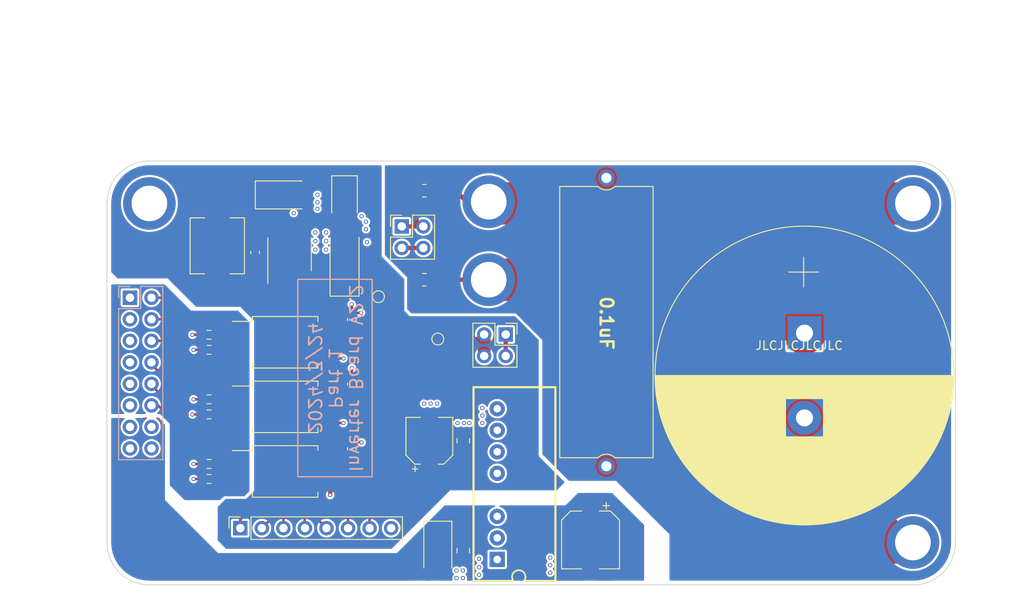
<source format=kicad_pcb>
(kicad_pcb (version 20221018) (generator pcbnew)
  (layers (0 "F.Cu" signal) (31 "B.Cu" signal) (34 "B.Paste" user) (35 "F.Paste" user) (36 "B.SilkS" user "B.Silkscreen") (37 "F.SilkS" user "F.Silkscreen") (38 "B.Mask" user) (39 "F.Mask" user) (44 "Edge.Cuts" user))
  (net 0 "")
  (footprint "Package_SO:SOIC-8_7.5x5.85mm_P1.27mm" (layer "F.Cu") (at 94.82 104.5)
    (fp_text reference "IC2" hide)
    (fp_text value "TLP2270_D4-LF4,E")
    (pad "1" smd roundrect (at -5.325 -1.905) (size 1.8 0.6) (layers "F.Cu" "F.Paste" "F.Mask"))
    (pad "2" smd roundrect (at -5.325 -0.635) (size 1.8 0.6) (layers "F.Cu" "F.Paste" "F.Mask"))
    (pad "3" smd roundrect (at -5.325 0.635) (size 1.8 0.6) (layers "F.Cu" "F.Paste" "F.Mask"))
    (pad "4" smd roundrect (at -5.325 1.905) (size 1.8 0.6) (layers "F.Cu" "F.Paste" "F.Mask"))
    (pad "5" smd roundrect (at 5.325 1.905) (size 1.8 0.6) (layers "F.Cu" "F.Paste" "F.Mask"))
    (pad "6" smd roundrect (at 5.325 0.635) (size 1.8 0.6) (layers "F.Cu" "F.Paste" "F.Mask"))
    (pad "7" smd roundrect (at 5.325 -0.635) (size 1.8 0.6) (layers "F.Cu" "F.Paste" "F.Mask"))
    (pad "8" smd roundrect (at 5.325 -1.905) (size 1.8 0.6) (layers "F.Cu" "F.Paste" "F.Mask"))
  )
  (footprint "Connector_PinSocket_2.54mm:PinSocket_2x02_P2.54mm_Vertical" (layer "F.Cu") (at 120.82 95.96)
    (fp_text reference "J4" hide)
    (fp_text value "Conn_01x02_Pin")
    (pad "1" thru_hole rect (at 0 0) (size 1.7 1.7) (drill 1) (layers "*.Cu" "*.Mask"))
    (pad "2" thru_hole oval (at -2.54 0) (size 1.7 1.7) (drill 1) (layers "*.Cu" "*.Mask"))
    (pad "3" thru_hole oval (at 0 2.54) (size 1.7 1.7) (drill 1) (layers "*.Cu" "*.Mask"))
    (pad "4" thru_hole oval (at -2.54 2.54) (size 1.7 1.7) (drill 1) (layers "*.Cu" "*.Mask"))
  )
  (footprint "inverter_lib:M3_smt" (layer "F.Cu") (at 168.82 120.5)
    (fp_text reference "J7" hide)
    (fp_text value "Header 2")
    (pad "1" thru_hole circle (at 0 0) (size 6.2 6.2) (drill 4.2) (layers "*.Cu" "*.Mask"))
  )
  (footprint "Capacitor_SMD:CP_Elec_5x5.4" (layer "F.Cu") (at 111.82 108.5 90)
    (fp_text reference "C25" hide)
    (fp_text value "22uf 25V")
    (pad "1" smd roundrect (at -2.2 0 90) (size 3 1.6) (layers "F.Cu" "F.Paste" "F.Mask") (roundrect_rratio 0.15625))
    (pad "2" smd roundrect (at 2.2 0 90) (size 3 1.6) (layers "F.Cu" "F.Paste" "F.Mask") (roundrect_rratio 0.15625))
  )
  (footprint "inverter_lib:M3_smt" (layer "F.Cu") (at 118.82 80.3)
    (fp_text reference "J14" hide)
    (fp_text value "Header 2")
    (pad "1" thru_hole circle (at 0 0) (size 6.2 6.2) (drill 4.2) (layers "*.Cu" "*.Mask"))
  )
  (footprint "inverter_lib:VRB_S-6WR3" (layer "F.Cu") (at 119.82 122.5 180)
    (fp_text reference "A1" hide)
    (fp_text value "VRB1215S-6WR3" hide)
    (pad "1" thru_hole rect (at 0 0 180) (size 1.8 1.8) (drill 0.9) (layers "*.Cu" "*.Mask"))
    (pad "2" thru_hole circle (at 0 2.54 180) (size 1.8 1.8) (drill 0.9) (layers "*.Cu" "*.Mask"))
    (pad "3" thru_hole circle (at 0 5.08 180) (size 1.8 1.8) (drill 0.9) (layers "*.Cu" "*.Mask"))
    (pad "5" thru_hole circle (at 0 10.16 180) (size 1.8 1.8) (drill 0.9) (layers "*.Cu" "*.Mask"))
    (pad "6" thru_hole circle (at 0 12.7 180) (size 1.8 1.8) (drill 0.9) (layers "*.Cu" "*.Mask"))
    (pad "7" thru_hole circle (at 0 15.24 180) (size 1.8 1.8) (drill 0.9) (layers "*.Cu" "*.Mask"))
    (pad "8" thru_hole circle (at 0 17.78 180) (size 1.8 1.8) (drill 0.9) (layers "*.Cu" "*.Mask"))
  )
  (footprint "Package_SO:SOIC-8_7.5x5.85mm_P1.27mm" (layer "F.Cu") (at 94.82 96.88)
    (fp_text reference "IC1" hide)
    (fp_text value "TLP2270_D4-LF4,E")
    (pad "1" smd roundrect (at -5.325 -1.905) (size 1.8 0.6) (layers "F.Cu" "F.Paste" "F.Mask"))
    (pad "2" smd roundrect (at -5.325 -0.635) (size 1.8 0.6) (layers "F.Cu" "F.Paste" "F.Mask"))
    (pad "3" smd roundrect (at -5.325 0.635) (size 1.8 0.6) (layers "F.Cu" "F.Paste" "F.Mask"))
    (pad "4" smd roundrect (at -5.325 1.905) (size 1.8 0.6) (layers "F.Cu" "F.Paste" "F.Mask"))
    (pad "5" smd roundrect (at 5.325 1.905) (size 1.8 0.6) (layers "F.Cu" "F.Paste" "F.Mask"))
    (pad "6" smd roundrect (at 5.325 0.635) (size 1.8 0.6) (layers "F.Cu" "F.Paste" "F.Mask"))
    (pad "7" smd roundrect (at 5.325 -0.635) (size 1.8 0.6) (layers "F.Cu" "F.Paste" "F.Mask"))
    (pad "8" smd roundrect (at 5.325 -1.905) (size 1.8 0.6) (layers "F.Cu" "F.Paste" "F.Mask"))
  )
  (footprint "Capacitor_SMD:C_0603_1608Metric" (layer "F.Cu") (at 102.685 109.44 -90)
    (fp_text reference "C3" hide)
    (fp_text value "100nf")
    (pad "1" smd roundrect (at -0.775 0 270) (size 0.9 0.95) (layers "F.Cu" "F.Paste" "F.Mask"))
    (pad "2" smd roundrect (at 0.775 0 270) (size 0.9 0.95) (layers "F.Cu" "F.Paste" "F.Mask"))
  )
  (footprint "Capacitor_Tantalum_SMD:CP_EIA-6032-28_Kemet-C_Pad2.25x2.35mm_HandSolder" (layer "F.Cu") (at 101.82 87.5 90)
    (fp_text reference "C36" hide)
    (fp_text value "68uF 16V Tantalum")
    (pad "1" smd roundrect (at -2.55 0 90) (size 2.25 2.35) (layers "F.Cu" "F.Paste" "F.Mask") (roundrect_rratio 0.1111111111))
    (pad "2" smd roundrect (at 2.55 0 90) (size 2.25 2.35) (layers "F.Cu" "F.Paste" "F.Mask") (roundrect_rratio 0.1111111111))
  )
  (footprint "Connector_PinSocket_2.54mm:PinSocket_2x02_P2.54mm_Vertical" (layer "F.Cu") (at 108.57 83.21 90)
    (fp_text reference "J5" hide)
    (fp_text value "Conn_01x02_Pin")
    (pad "1" thru_hole rect (at 0 0 90) (size 1.7 1.7) (drill 1) (layers "*.Cu" "*.Mask"))
    (pad "2" thru_hole oval (at -2.54 0 90) (size 1.7 1.7) (drill 1) (layers "*.Cu" "*.Mask"))
    (pad "3" thru_hole oval (at 0 2.54 90) (size 1.7 1.7) (drill 1) (layers "*.Cu" "*.Mask"))
    (pad "4" thru_hole oval (at -2.54 2.54 90) (size 1.7 1.7) (drill 1) (layers "*.Cu" "*.Mask"))
  )
  (footprint "Resistor_SMD:R_0603_1608Metric" (layer "F.Cu") (at 85.858 113.009 180)
    (fp_text reference "R9" hide)
    (fp_text value "750R")
    (pad "1" smd roundrect (at -0.825 0 180) (size 0.8 0.95) (layers "F.Cu" "F.Paste" "F.Mask"))
    (pad "2" smd roundrect (at 0.825 0 180) (size 0.8 0.95) (layers "F.Cu" "F.Paste" "F.Mask"))
  )
  (footprint "Capacitor_SMD:C_0805_2012Metric" (layer "F.Cu") (at 115.82 121.45 90)
    (fp_text reference "C22" hide)
    (fp_text value "100nF")
    (pad "1" smd roundrect (at -0.95 0 90) (size 1 1.45) (layers "F.Cu" "F.Paste" "F.Mask"))
    (pad "2" smd roundrect (at 0.95 0 90) (size 1 1.45) (layers "F.Cu" "F.Paste" "F.Mask"))
  )
  (footprint "Diode_SMD:D_SMA" (layer "F.Cu") (at 94.82 79.5)
    (fp_text reference "D2" hide)
    (fp_text value "1N5819")
    (pad "1" smd roundrect (at -2 0) (size 2.5 1.8) (layers "F.Cu" "F.Paste" "F.Mask") (roundrect_rratio 0.1388888889))
    (pad "2" smd roundrect (at 2 0) (size 2.5 1.8) (layers "F.Cu" "F.Paste" "F.Mask") (roundrect_rratio 0.1388888889))
  )
  (footprint "TestPoint:TestPoint_Pad_D1.0mm" (layer "F.Cu") (at 105.82 91.5)
    (fp_text reference "TP8" hide)
    (fp_text value "Test5V")
    (pad "1" smd circle (at 0 0) (size 1 1) (layers "F.Cu" "F.Mask"))
  )
  (footprint "Resistor_SMD:R_0603_1608Metric" (layer "F.Cu") (at 85.858 111.231 180)
    (fp_text reference "R8" hide)
    (fp_text value "750R")
    (pad "1" smd roundrect (at -0.825 0 180) (size 0.8 0.95) (layers "F.Cu" "F.Paste" "F.Mask"))
    (pad "2" smd roundrect (at 0.825 0 180) (size 0.8 0.95) (layers "F.Cu" "F.Paste" "F.Mask"))
  )
  (footprint "Resistor_SMD:R_0603_1608Metric" (layer "F.Cu") (at 85.858 105.389 180)
    (fp_text reference "R5" hide)
    (fp_text value "750R")
    (pad "1" smd roundrect (at -0.825 0 180) (size 0.8 0.95) (layers "F.Cu" "F.Paste" "F.Mask"))
    (pad "2" smd roundrect (at 0.825 0 180) (size 0.8 0.95) (layers "F.Cu" "F.Paste" "F.Mask"))
  )
  (footprint "Package_SO:SOIC-8_7.5x5.85mm_P1.27mm" (layer "F.Cu") (at 94.82 112.12)
    (fp_text reference "IC3" hide)
    (fp_text value "TLP2270_D4-LF4,E")
    (pad "1" smd roundrect (at -5.325 -1.905) (size 1.8 0.6) (layers "F.Cu" "F.Paste" "F.Mask"))
    (pad "2" smd roundrect (at -5.325 -0.635) (size 1.8 0.6) (layers "F.Cu" "F.Paste" "F.Mask"))
    (pad "3" smd roundrect (at -5.325 0.635) (size 1.8 0.6) (layers "F.Cu" "F.Paste" "F.Mask"))
    (pad "4" smd roundrect (at -5.325 1.905) (size 1.8 0.6) (layers "F.Cu" "F.Paste" "F.Mask"))
    (pad "5" smd roundrect (at 5.325 1.905) (size 1.8 0.6) (layers "F.Cu" "F.Paste" "F.Mask"))
    (pad "6" smd roundrect (at 5.325 0.635) (size 1.8 0.6) (layers "F.Cu" "F.Paste" "F.Mask"))
    (pad "7" smd roundrect (at 5.325 -0.635) (size 1.8 0.6) (layers "F.Cu" "F.Paste" "F.Mask"))
    (pad "8" smd roundrect (at 5.325 -1.905) (size 1.8 0.6) (layers "F.Cu" "F.Paste" "F.Mask"))
  )
  (footprint "Resistor_SMD:R_0603_1608Metric" (layer "F.Cu") (at 85.858 97.769 180)
    (fp_text reference "R2" hide)
    (fp_text value "750R")
    (pad "1" smd roundrect (at -0.825 0 180) (size 0.8 0.95) (layers "F.Cu" "F.Paste" "F.Mask"))
    (pad "2" smd roundrect (at 0.825 0 180) (size 0.8 0.95) (layers "F.Cu" "F.Paste" "F.Mask"))
  )
  (footprint "Diode_SMD:D_SMA" (layer "F.Cu") (at 112.82 121.5 -90)
    (fp_text reference "D4" hide)
    (fp_text value "1N5819")
    (pad "1" smd roundrect (at -2 0 270) (size 2.5 1.8) (layers "F.Cu" "F.Paste" "F.Mask") (roundrect_rratio 0.1388888889))
    (pad "2" smd roundrect (at 2 0 270) (size 2.5 1.8) (layers "F.Cu" "F.Paste" "F.Mask") (roundrect_rratio 0.1388888889))
  )
  (footprint "Capacitor_Tantalum_SMD:CP_EIA-3528-21_Kemet-B_Pad1.50x2.35mm_HandSolder" (layer "F.Cu") (at 101.82 79.875 -90)
    (fp_text reference "C35" hide)
    (fp_text value "15uF 50V Tantalum")
    (pad "1" smd roundrect (at -1.625 0 270) (size 1.5 2.35) (layers "F.Cu" "F.Paste" "F.Mask") (roundrect_rratio 0.1666673333))
    (pad "2" smd roundrect (at 1.625 0 270) (size 1.5 2.35) (layers "F.Cu" "F.Paste" "F.Mask") (roundrect_rratio 0.1666673333))
  )
  (footprint "Capacitor_SMD:C_0603_1608Metric" (layer "F.Cu") (at 102.685 101.82 -90)
    (fp_text reference "C2" hide)
    (fp_text value "100nf")
    (pad "1" smd roundrect (at -0.775 0 270) (size 0.9 0.95) (layers "F.Cu" "F.Paste" "F.Mask"))
    (pad "2" smd roundrect (at 0.775 0 270) (size 0.9 0.95) (layers "F.Cu" "F.Paste" "F.Mask"))
  )
  (footprint "Capacitor_THT:CP_Radial_D35.0mm_P10.00mm_SnapIn" (layer "F.Cu") (at 156.04 95.8 -90)
    (fp_text reference "C4" hide)
    (fp_text value "390uF/450V")
    (pad "1" thru_hole rect (at 0 0 270) (size 4 4) (drill 2) (layers "*.Cu" "*.Mask"))
    (pad "2" thru_hole circle (at 10 0 270) (size 4 4) (drill 2) (layers "*.Cu" "*.Mask"))
  )
  (footprint "Resistor_SMD:R_0603_1608Metric" (layer "F.Cu") (at 85.858 95.991 180)
    (fp_text reference "R1" hide)
    (fp_text value "750R")
    (pad "1" smd roundrect (at -0.825 0 180) (size 0.8 0.95) (layers "F.Cu" "F.Paste" "F.Mask"))
    (pad "2" smd roundrect (at 0.825 0 180) (size 0.8 0.95) (layers "F.Cu" "F.Paste" "F.Mask"))
  )
  (footprint "self_lib:无感电容" (layer "F.Cu") (at 132.69 94.5)
    (fp_text reference "REF**" hide)
    (fp_text value "无感电容")
    (pad "1" thru_hole circle (at 0 -17) (size 2 2) (drill 1.2) (layers "*.Cu" "*.Mask"))
    (pad "2" thru_hole circle (at 0 17) (size 2 2) (drill 1.2) (layers "*.Cu" "*.Mask"))
  )
  (footprint "Capacitor_SMD:C_0805_2012Metric" (layer "F.Cu") (at 115.82 108.5 -90)
    (fp_text reference "C24" hide)
    (fp_text value "100nF")
    (pad "1" smd roundrect (at -0.95 0 270) (size 1 1.45) (layers "F.Cu" "F.Paste" "F.Mask"))
    (pad "2" smd roundrect (at 0.95 0 270) (size 1 1.45) (layers "F.Cu" "F.Paste" "F.Mask"))
  )
  (footprint "Capacitor_SMD:C_0603_1608Metric" (layer "F.Cu") (at 91.279 86.275 90)
    (fp_text reference "C34" hide)
    (fp_text value "10nF")
    (pad "1" smd roundrect (at -0.775 0 90) (size 0.9 0.95) (layers "F.Cu" "F.Paste" "F.Mask"))
    (pad "2" smd roundrect (at 0.775 0 90) (size 0.9 0.95) (layers "F.Cu" "F.Paste" "F.Mask"))
  )
  (footprint "TestPoint:TestPoint_Pad_D1.0mm" (layer "F.Cu") (at 112.82 96.5 180)
    (fp_text reference "TP7" hide)
    (fp_text value "Test15V")
    (pad "1" smd circle (at 0 0 180) (size 1 1) (layers "F.Cu" "F.Mask"))
  )
  (footprint "Capacitor_SMD:C_0603_1608Metric" (layer "F.Cu") (at 102.685 94.2 -90)
    (fp_text reference "C1" hide)
    (fp_text value "100nf")
    (pad "1" smd roundrect (at -0.775 0 270) (size 0.9 0.95) (layers "F.Cu" "F.Paste" "F.Mask"))
    (pad "2" smd roundrect (at 0.775 0 270) (size 0.9 0.95) (layers "F.Cu" "F.Paste" "F.Mask"))
  )
  (footprint "Resistor_SMD:R_0805_2012Metric" (layer "F.Cu") (at 111.2325 79 180)
    (fp_text reference "R10" hide)
    (fp_text value "2M")
    (pad "1" smd roundrect (at -0.9125 0 180) (size 1.025 1.4) (layers "F.Cu" "F.Paste" "F.Mask") (roundrect_rratio 0.243902439))
    (pad "2" smd roundrect (at 0.9125 0 180) (size 1.025 1.4) (layers "F.Cu" "F.Paste" "F.Mask") (roundrect_rratio 0.243902439))
  )
  (footprint "inverter_lib:M3_smt" (layer "F.Cu") (at 118.82 89.5)
    (fp_text reference "J15" hide)
    (fp_text value "Header 2")
    (pad "1" thru_hole circle (at 0 0) (size 6.2 6.2) (drill 4.2) (layers "*.Cu" "*.Mask"))
  )
  (footprint "inverter_lib:M3_smt" (layer "F.Cu") (at 78.82 80.5)
    (fp_text reference "J17" hide)
    (fp_text value "Header 2")
    (pad "1" thru_hole circle (at 0 0) (size 6.2 6.2) (drill 4.2) (layers "*.Cu" "*.Mask"))
  )
  (footprint "inverter_lib:M3_smt" (layer "F.Cu") (at 168.82 80.5)
    (fp_text reference "J6" hide)
    (fp_text value "Header 2")
    (pad "1" thru_hole circle (at 0 0) (size 6.2 6.2) (drill 4.2) (layers "*.Cu" "*.Mask"))
  )
  (footprint "Resistor_SMD:R_0805_2012Metric" (layer "F.Cu") (at 111.2325 89.5 180)
    (fp_text reference "R11" hide)
    (fp_text value "2M")
    (pad "1" smd roundrect (at -0.9125 0 180) (size 1.025 1.4) (layers "F.Cu" "F.Paste" "F.Mask") (roundrect_rratio 0.243902439))
    (pad "2" smd roundrect (at 0.9125 0 180) (size 1.025 1.4) (layers "F.Cu" "F.Paste" "F.Mask") (roundrect_rratio 0.243902439))
  )
  (footprint "Package_SO:SOIC-8_3.9x4.9mm_P1.27mm" (layer "F.Cu") (at 95.343 86.5 90)
    (fp_text reference "U2" hide)
    (fp_text value "LM2675M-5.0")
    (pad "1" smd roundrect (at -2.475 -1.905 90) (size 1.95 0.6) (layers "F.Cu" "F.Paste" "F.Mask"))
    (pad "2" smd roundrect (at -2.475 -0.635 90) (size 1.95 0.6) (layers "F.Cu" "F.Paste" "F.Mask"))
    (pad "3" smd roundrect (at -2.475 0.635 90) (size 1.95 0.6) (layers "F.Cu" "F.Paste" "F.Mask"))
    (pad "4" smd roundrect (at -2.475 1.905 90) (size 1.95 0.6) (layers "F.Cu" "F.Paste" "F.Mask"))
    (pad "5" smd roundrect (at 2.475 1.905 90) (size 1.95 0.6) (layers "F.Cu" "F.Paste" "F.Mask"))
    (pad "6" smd roundrect (at 2.475 0.635 90) (size 1.95 0.6) (layers "F.Cu" "F.Paste" "F.Mask"))
    (pad "7" smd roundrect (at 2.475 -0.635 90) (size 1.95 0.6) (layers "F.Cu" "F.Paste" "F.Mask"))
    (pad "8" smd roundrect (at 2.475 -1.905 90) (size 1.95 0.6) (layers "F.Cu" "F.Paste" "F.Mask"))
  )
  (footprint "Capacitor_SMD:CP_Elec_6.3x7.7" (layer "F.Cu") (at 130.82 120.2 -90)
    (fp_text reference "C23" hide)
    (fp_text value "100uf 50V")
    (pad "1" smd roundrect (at -2.7 0 270) (size 3.5 1.6) (layers "F.Cu" "F.Paste" "F.Mask") (roundrect_rratio 0.15625))
    (pad "2" smd roundrect (at 2.7 0 270) (size 3.5 1.6) (layers "F.Cu" "F.Paste" "F.Mask") (roundrect_rratio 0.15625))
  )
  (footprint "Resistor_SMD:R_0603_1608Metric" (layer "F.Cu") (at 85.858 103.611 180)
    (fp_text reference "R4" hide)
    (fp_text value "750R")
    (pad "1" smd roundrect (at -0.825 0 180) (size 0.8 0.95) (layers "F.Cu" "F.Paste" "F.Mask"))
    (pad "2" smd roundrect (at 0.825 0 180) (size 0.8 0.95) (layers "F.Cu" "F.Paste" "F.Mask"))
  )
  (footprint "Inductor_SMD:L_6.3x6.3_H3" (layer "F.Cu") (at 86.82 85.5 -90)
    (fp_text reference "L2" hide)
    (fp_text value "47uH")
    (pad "1" smd rect (at -2.75 0 270) (size 1.5 2.4) (layers "F.Cu" "F.Paste" "F.Mask"))
    (pad "2" smd rect (at 2.75 0 270) (size 1.5 2.4) (layers "F.Cu" "F.Paste" "F.Mask"))
  )
  (footprint "Connector_PinSocket_2.54mm:PinSocket_1x08_P2.54mm_Vertical" (layer "F.Cu") (at 89.536 118.807 90)
    (fp_text reference "J3" hide)
    (fp_text value "Conn_01x08_Pin")
    (pad "1" thru_hole rect (at 0 0 90) (size 1.7 1.7) (drill 1) (layers "*.Cu" "*.Mask"))
    (pad "2" thru_hole oval (at 0 2.54 90) (size 1.7 1.7) (drill 1) (layers "*.Cu" "*.Mask"))
    (pad "3" thru_hole oval (at 0 5.08 90) (size 1.7 1.7) (drill 1) (layers "*.Cu" "*.Mask"))
    (pad "4" thru_hole oval (at 0 7.62 90) (size 1.7 1.7) (drill 1) (layers "*.Cu" "*.Mask"))
    (pad "5" thru_hole oval (at 0 10.16 90) (size 1.7 1.7) (drill 1) (layers "*.Cu" "*.Mask"))
    (pad "6" thru_hole oval (at 0 12.7 90) (size 1.7 1.7) (drill 1) (layers "*.Cu" "*.Mask"))
    (pad "7" thru_hole oval (at 0 15.24 90) (size 1.7 1.7) (drill 1) (layers "*.Cu" "*.Mask"))
    (pad "8" thru_hole oval (at 0 17.78 90) (size 1.7 1.7) (drill 1) (layers "*.Cu" "*.Mask"))
  )
  (footprint "Connector_PinSocket_2.54mm:PinSocket_2x08_P2.54mm_Vertical" (layer "B.Cu") (at 76.53 91.625 180)
    (fp_text reference "J1" hide)
    (fp_text value "Conn_02x06_Top_Bottom")
    (pad "1" thru_hole rect (at 0 0 180) (size 1.7 1.7) (drill 1) (layers "*.Cu" "*.Mask"))
    (pad "2" thru_hole oval (at -2.54 0 180) (size 1.7 1.7) (drill 1) (layers "*.Cu" "*.Mask"))
    (pad "3" thru_hole oval (at 0 -2.54 180) (size 1.7 1.7) (drill 1) (layers "*.Cu" "*.Mask"))
    (pad "4" thru_hole oval (at -2.54 -2.54 180) (size 1.7 1.7) (drill 1) (layers "*.Cu" "*.Mask"))
    (pad "5" thru_hole oval (at 0 -5.08 180) (size 1.7 1.7) (drill 1) (layers "*.Cu" "*.Mask"))
    (pad "6" thru_hole oval (at -2.54 -5.08 180) (size 1.7 1.7) (drill 1) (layers "*.Cu" "*.Mask"))
    (pad "7" thru_hole oval (at 0 -7.62 180) (size 1.7 1.7) (drill 1) (layers "*.Cu" "*.Mask"))
    (pad "8" thru_hole oval (at -2.54 -7.62 180) (size 1.7 1.7) (drill 1) (layers "*.Cu" "*.Mask"))
    (pad "9" thru_hole oval (at 0 -10.16 180) (size 1.7 1.7) (drill 1) (layers "*.Cu" "*.Mask"))
    (pad "10" thru_hole oval (at -2.54 -10.16 180) (size 1.7 1.7) (drill 1) (layers "*.Cu" "*.Mask"))
    (pad "11" thru_hole oval (at 0 -12.7 180) (size 1.7 1.7) (drill 1) (layers "*.Cu" "*.Mask"))
    (pad "12" thru_hole oval (at -2.54 -12.7 180) (size 1.7 1.7) (drill 1) (layers "*.Cu" "*.Mask"))
    (pad "13" thru_hole oval (at 0 -15.24 180) (size 1.7 1.7) (drill 1) (layers "*.Cu" "*.Mask"))
    (pad "14" thru_hole oval (at -2.54 -15.24 180) (size 1.7 1.7) (drill 1) (layers "*.Cu" "*.Mask"))
    (pad "15" thru_hole oval (at 0 -17.78 180) (size 1.7 1.7) (drill 1) (layers "*.Cu" "*.Mask"))
    (pad "16" thru_hole oval (at -2.54 -17.78 180) (size 1.7 1.7) (drill 1) (layers "*.Cu" "*.Mask"))
  )
  (gr_poly (pts (xy 153.62 82.94) (arc (start 153.62 85.800613) (mid 152.771768 83.7528) (end 150.723955 82.904568))) (stroke (width 0.2)) (fill solid) (layer "F.Cu"))
  (gr_poly (pts (xy 158.461262 82.901699) (arc (start 161.321875 82.901699) (mid 159.274062 83.749931) (end 158.42583 85.797744))) (stroke (width 0.2)) (fill solid) (layer "F.Cu"))
  (gr_rect (start 96.32 89.45) (end 105.07 112.75) (stroke (width 0.15)) (fill none) (layer "B.SilkS"))
  (gr_line (start 78.82 75.5) (end 168.82 75.5) (stroke (width 0.1)) (layer "Edge.Cuts"))
  (gr_line (start 173.82 80.5) (end 173.82 120.5) (stroke (width 0.1)) (layer "Edge.Cuts"))
  (gr_arc (start 73.82 80.5) (mid 75.284466 76.964466) (end 78.82 75.5) (stroke (width 0.1)) (layer "Edge.Cuts"))
  (gr_arc (start 78.82 125.5) (mid 75.284466 124.035534) (end 73.82 120.5) (stroke (width 0.1)) (layer "Edge.Cuts"))
  (gr_line (start 73.82 120.5) (end 73.82 80.5) (stroke (width 0.1)) (layer "Edge.Cuts"))
  (gr_arc (start 173.82 120.5) (mid 172.355534 124.035534) (end 168.82 125.5) (stroke (width 0.1)) (layer "Edge.Cuts"))
  (gr_arc (start 168.82 75.5) (mid 172.355534 76.964466) (end 173.82 80.5) (stroke (width 0.1)) (layer "Edge.Cuts"))
  (gr_line (start 168.82 125.5) (end 78.82 125.5) (stroke (width 0.1)) (layer "Edge.Cuts"))
  (gr_text "Inverter Board V2.2\nPart 1\n2024/3/24" (at 97.42 101.1 270) (layer "B.SilkS") (effects (font (size 1.5 1.5) (thickness 0.2) bold) (justify bottom mirror)))
  (gr_text "JLCJLCJLCJLC" (at 150.17 97.85) (layer "F.SilkS") (effects (font (size 1 1)) (justify left bottom)))
  (gr_text "0.1uF" (at 131.82 91.31 270) (layer "F.SilkS") (effects (font (size 1.5 1.5) (thickness 0.3) bold) (justify left bottom)))
  (segment (start 110.57 101.9) (end 107.77 104.7) (width 0.5) (layer "F.Cu") (net 0))
  (segment (start 114.912 79) (end 116.212 80.3) (width 0.5) (layer "F.Cu") (net 0))
  (segment (start 130.99 109.8) (end 130.99 109.34) (width 3) (layer "F.Cu") (net 0))
  (segment (start 85.885 110.215) (end 89.495 110.215) (width 0.3) (layer "F.Cu") (net 0))
  (segment (start 80.57 101.55) (end 83.3 104.28) (width 0.3) (layer "F.Cu") (net 0))
  (segment (start 83.02 96.55) (end 83.02 97.613529) (width 0.3) (layer "F.Cu") (net 0))
  (segment (start 97.136 106.3454) (end 97.136 118.787) (width 0.3) (layer "F.Cu") (net 0))
  (segment (start 102.685 101.045) (end 102.685 99.942) (width 0.3) (layer "F.Cu") (net 0))
  (segment (start 85.033 105.389) (end 83.903 105.389) (width 0.3) (layer "F.Cu") (net 0))
  (segment (start 87.961 103.611) (end 88.218 103.868) (width 0.3) (layer "F.Cu") (net 0))
  (segment (start 97.4066 97.515) (end 100.145 97.515) (width 0.3) (layer "F.Cu") (net 0))
  (segment (start 109.808 87.866) (end 110.32 88.378) (width 0.5) (layer "F.Cu") (net 0))
  (segment (start 84.191471 98.785) (end 89.495 98.785) (width 0.3) (layer "F.Cu") (net 0))
  (segment (start 156.04 80.77) (end 156.04 95.8) (width 5) (layer "F.Cu") (net 0))
  (segment (start 89.536 117.787) (end 91.6442 115.6788) (width 0.3) (layer "F.Cu") (net 0))
  (segment (start 87.5768 113.009) (end 87.8308 112.755) (width 0.3) (layer "F.Cu") (net 0))
  (segment (start 79.07 104.325) (end 79.845 104.325) (width 0.3) (layer "F.Cu") (net 0))
  (segment (start 83.903 105.389) (end 83.9 105.392) (width 0.3) (layer "F.Cu") (net 0))
  (segment (start 94.708 78.462) (end 94.708 84.025) (width 0.5) (layer "F.Cu") (net 0))
  (segment (start 95.22 77.95) (end 94.708 78.462) (width 0.5) (layer "F.Cu") (net 0))
  (segment (start 108.57 85.75) (end 109.808 85.75) (width 0.5) (layer "F.Cu") (net 0))
  (segment (start 83.3 105.88) (end 84.92 107.5) (width 0.3) (layer "F.Cu") (net 0))
  (segment (start 166.02 120.5) (end 168.82 120.5) (width 5) (layer "F.Cu") (net 0))
  (segment (start 100.145 94.975) (end 102.685 94.975) (width 0.3) (layer "F.Cu") (net 0))
  (segment (start 103.27 78.25) (end 105.67 80.65) (width 0.5) (layer "F.Cu") (net 0))
  (segment (start 91.6442 101.5988) (end 96.998 96.245) (width 0.3) (layer "F.Cu") (net 0))
  (segment (start 100.145 102.595) (end 102.685 102.595) (width 0.3) (layer "F.Cu") (net 0))
  (segment (start 85.033 97.769) (end 84.03 97.769) (width 0.3) (layer "F.Cu") (net 0))
  (segment (start 103.166529 110.215) (end 103.169529 110.218) (width 0.3) (layer "F.Cu") (net 0))
  (segment (start 112.27 96.5) (end 112.82 96.5) (width 0.5) (layer "F.Cu") (net 0))
  (segment (start 98.6292 117.7402) (end 99.696 118.807) (width 0.3) (layer "F.Cu") (net 0))
  (segment (start 87.17 107.5) (end 88.265 106.405) (width 0.3) (layer "F.Cu") (net 0))
  (segment (start 154.86 109.34) (end 154.86 106.98) (width 5) (layer "F.Cu") (net 0))
  (segment (start 110.32 88.378) (end 110.32 89.5) (width 0.5) (layer "F.Cu") (net 0))
  (segment (start 154.86 106.98) (end 156.04 105.8) (width 5) (layer "F.Cu") (net 0))
  (segment (start 154.86 109.34) (end 166.02 120.5) (width 5) (layer "F.Cu") (net 0))
  (segment (start 108.57 83.21) (end 110.189 83.21) (width 0.5) (layer "F.Cu") (net 0))
  (segment (start 101.454 112.755) (end 102.236 113.537) (width 0.3) (layer "F.Cu") (net 0))
  (segment (start 103.81 108.665) (end 103.839 108.694) (width 0.3) (layer "F.Cu") (net 0))
  (segment (start 91.279 87.05) (end 91.279 88.459) (width 0.3) (layer "F.Cu") (net 0))
  (segment (start 83.903 95.991) (end 83.9 95.994) (width 0.3) (layer "F.Cu") (net 0))
  (segment (start 101.82 78.25) (end 103.27 78.25) (width 0.5) (layer "F.Cu") (net 0))
  (segment (start 102.685 93.425) (end 103.745 93.425) (width 0.3) (layer "F.Cu") (net 0))
  (segment (start 83.02 97.613529) (end 84.191471 98.785) (width 0.3) (layer "F.Cu") (net 0))
  (segment (start 105.67 87.25) (end 108.22 89.8) (width 0.5) (layer "F.Cu") (net 0))
  (segment (start 102.685 102.595) (end 103.715 102.595) (width 0.3) (layer "F.Cu") (net 0))
  (segment (start 103.169529 110.218) (end 104.776 110.218) (width 0.3) (layer "F.Cu") (net 0))
  (segment (start 110.57 96.5) (end 110.57 101.9) (width 0.5) (layer "F.Cu") (net 0))
  (segment (start 93.219 117.664) (end 93.219 101.7026) (width 0.3) (layer "F.Cu") (net 0))
  (segment (start 84.03 97.769) (end 84.027 97.772) (width 0.3) (layer "F.Cu") (net 0))
  (segment (start 93.219 101.7026) (end 97.4066 97.515) (width 0.3) (layer "F.Cu") (net 0))
  (segment (start 144.86 80.5) (end 132.57 80.5) (width 5) (layer "F.Cu") (net 0))
  (segment (start 91.279 88.459) (end 91.82 89) (width 0.3) (layer "F.Cu") (net 0))
  (segment (start 132.57 80.5) (end 119.02 80.5) (width 5) (layer "F.Cu") (net 0))
  (segment (start 88.221 97.515) (end 89.495 97.515) (width 0.3) (layer "F.Cu") (net 0))
  (segment (start 100.145 112.755) (end 101.454 112.755) (width 0.3) (layer "F.Cu") (net 0))
  (segment (start 86.683 103.611) (end 87.961 103.611) (width 0.3) (layer "F.Cu") (net 0))
  (segment (start 79.07 101.785) (end 79.07 101.95) (width 0.3) (layer "F.Cu") (net 0))
  (segment (start 79.07 96.705) (end 80.375 96.705) (width 0.3) (layer "F.Cu") (net 0))
  (segment (start 87.961 95.991) (end 86.683 95.991) (width 0.3) (layer "F.Cu") (net 0))
  (segment (start 100.145 110.215) (end 102.685 110.215) (width 0.3) (layer "F.Cu") (net 0))
  (segment (start 110.57 96.5) (end 112.27 96.5) (width 0.5) (layer "F.Cu") (net 0))
  (segment (start 98.3464 105.135) (end 97.136 106.3454) (width 0.3) (layer "F.Cu") (net 0))
  (segment (start 84.795 94.975) (end 89.495 94.975) (width 0.3) (layer "F.Cu") (net 0))
  (segment (start 84.165 102.595) (end 89.495 102.595) (width 0.3) (layer "F.Cu") (net 0))
  (segment (start 86.683 111.231) (end 87.8342 111.231) (width 0.3) (layer "F.Cu") (net 0))
  (segment (start 82.52 105.4) (end 82.52 106.85) (width 0.3) (layer "F.Cu") (net 0))
  (segment (start 86.683 113.009) (end 87.5768 113.009) (width 0.3) (layer "F.Cu") (net 0))
  (segment (start 132.69 77.5) (end 132.69 80.38) (width 3) (layer "F.Cu") (net 0))
  (segment (start 79.07 99.505529) (end 80.57 101.005529) (width 0.3) (layer "F.Cu") (net 0))
  (segment (start 120.82 95.96) (end 120.82 98.5) (width 0.5) (layer "F.Cu") (net 0))
  (segment (start 89.536 118.807) (end 89.536 117.787) (width 0.3) (layer "F.Cu") (net 0))
  (segment (start 103.715 102.595) (end 105.363 100.947) (width 0.3) (layer "F.Cu") (net 0))
  (segment (start 81.52 99.95) (end 84.165 102.595) (width 0.3) (layer "F.Cu") (net 0))
  (segment (start 102.685 110.215) (end 103.166529 110.215) (width 0.3) (layer "F.Cu") (net 0))
  (segment (start 93.413 89) (end 93.438 88.975) (width 0.3) (layer "F.Cu") (net 0))
  (segment (start 110.32 83.079) (end 110.189 83.21) (width 0.5) (layer "F.Cu") (net 0))
  (segment (start 104.5375 101.7725) (end 103.715 102.595) (width 0.3) (layer "F.Cu") (net 0))
  (segment (start 112.145 89.5) (end 118.82 89.5) (width 0.5) (layer "F.Cu") (net 0))
  (segment (start 84.03 103.611) (end 84.027 103.614) (width 0.3) (layer "F.Cu") (net 0))
  (segment (start 130.99 96.729) (end 130.99 109.34) (width 5) (layer "F.Cu") (net 0))
  (segment (start 98.254 103.865) (end 94.616 107.503) (width 0.3) (layer "F.Cu") (net 0))
  (segment (start 118.28 95.96) (end 117.74 96.5) (width 0.5) (layer "F.Cu") (net 0))
  (segment (start 111.72 110.8) (end 111.82 110.7) (width 0.5) (layer "F.Cu") (net 0))
  (segment (start 117.74 96.5) (end 112.27 96.5) (width 0.5) (layer "F.Cu") (net 0))
  (segment (start 100.145 105.135) (end 98.3464 105.135) (width 0.3) (layer "F.Cu") (net 0))
  (segment (start 119.02 80.5) (end 118.82 80.3) (width 5) (layer "F.Cu") (net 0))
  (segment (start 101.677 98.785) (end 101.68 98.788) (width 0.3) (layer "F.Cu") (net 0))
  (segment (start 79.07 101.95) (end 82.52 105.4) (width 0.3) (layer "F.Cu") (net 0))
  (segment (start 107.77 104.7) (end 107.77 109.6) (width 0.5) (layer "F.Cu") (net 0))
  (segment (start 92.076 118.807) (end 93.219 117.664) (width 0.3) (layer "F.Cu") (net 0))
  (segment (start 101.677 106.405) (end 101.68 106.408) (width 0.3) (layer "F.Cu") (net 0))
  (segment (start 100.145 114.025) (end 100.145 114.875) (width 0.5) (layer "F.Cu") (net 0))
  (segment (start 118.82 89.5) (end 123.761 89.5) (width 5) (layer "F.Cu") (net 0))
  (segment (start 100.145 98.785) (end 101.677 98.785) (width 0.3) (layer "F.Cu") (net 0))
  (segment (start 82.52 106.85) (end 85.885 110.215) (width 0.3) (layer "F.Cu") (net 0))
  (segment (start 83.045 114.025) (end 89.495 114.025) (width 0.3) (layer "F.Cu") (net 0))
  (segment (start 102.685 99.942) (end 102.696 99.931) (width 0.3) (layer "F.Cu") (net 0))
  (segment (start 79.07 94.165) (end 80.635 94.165) (width 0.3) (layer "F.Cu") (net 0))
  (segment (start 132.69 80.38) (end 132.57 80.5) (width 3) (layer "F.Cu") (net 0))
  (segment (start 112.145 79) (end 114.912 79) (width 0.5) (layer "F.Cu") (net 0))
  (segment (start 88.215 96.245) (end 87.961 95.991) (width 0.3) (layer "F.Cu") (net 0))
  (segment (start 104.776 118.807) (end 104.776 102.011) (width 0.3) (layer "F.Cu") (net 0))
  (segment (start 79.07 99.245) (end 79.07 99.505529) (width 0.3) (layer "F.Cu") (net 0))
  (segment (start 84.03 111.231) (end 84.027 111.234) (width 0.3) (layer "F.Cu") (net 0))
  (segment (start 132.69 111.5) (end 130.99 109.8) (width 3) (layer "F.Cu") (net 0))
  (segment (start 109.62 96.5) (end 110.57 96.5) (width 0.5) (layer "F.Cu") (net 0))
  (segment (start 96.998 96.245) (end 100.145 96.245) (width 0.3) (layer "F.Cu") (net 0))
  (segment (start 98.6292 111.9896) (end 98.6292 117.7402) (width 0.3) (layer "F.Cu") (net 0))
  (segment (start 108.22 95.1) (end 109.62 96.5) (width 0.5) (layer "F.Cu") (net 0))
  (segment (start 81.52 97.85) (end 81.52 99.95) (width 0.3) (layer "F.Cu") (net 0))
  (segment (start 81.82 112.8) (end 83.045 114.025) (width 0.3) (layer "F.Cu") (net 0))
  (segment (start 116.212 80.3) (end 118.82 80.3) (width 0.5) (layer "F.Cu") (net 0))
  (segment (start 109.808 85.75) (end 111.11 85.75) (width 0.5) (layer "F.Cu") (net 0))
  (segment (start 102.236 113.537) (end 102.236 118.807) (width 0.3) (layer "F.Cu") (net 0))
  (segment (start 104.776 102.011) (end 104.5375 101.7725) (width 0.3) (layer "F.Cu") (net 0))
  (segment (start 156.31 80.5) (end 168.82 80.5) (width 5) (layer "F.Cu") (net 0))
  (segment (start 86.683 105.389) (end 88.094 105.389) (width 0.3) (layer "F.Cu") (net 0))
  (segment (start 80.635 94.165) (end 83.02 96.55) (width 0.3) (layer "F.Cu") (net 0))
  (segment (start 105.363 100.947) (end 105.363 94.724) (width 0.3) (layer "F.Cu") (net 0))
  (segment (start 100.145 111.485) (end 99.1338 111.485) (width 0.3) (layer "F.Cu") (net 0))
  (segment (start 88.218 103.868) (end 89.492 103.868) (width 0.3) (layer "F.Cu") (net 0))
  (segment (start 89.495 96.245) (end 88.215 96.245) (width 0.3) (layer "F.Cu") (net 0))
  (segment (start 103.745 93.425) (end 103.77 93.4) (width 0.3) (layer "F.Cu") (net 0))
  (segment (start 107.77 109.6) (end 108.97 110.8) (width 0.5) (layer "F.Cu") (net 0))
  (segment (start 81.445 91.625) (end 84.795 94.975) (width 0.3) (layer "F.Cu") (net 0))
  (segment (start 89.492 103.868) (end 89.495 103.865) (width 0.3) (layer "F.Cu") (net 0))
  (segment (start 79.845 104.325) (end 81.82 106.3) (width 0.3) (layer "F.Cu") (net 0))
  (segment (start 88.348 105.135) (end 89.495 105.135) (width 0.3) (layer "F.Cu") (net 0))
  (segment (start 85.033 111.231) (end 84.03 111.231) (width 0.3) (layer "F.Cu") (net 0))
  (segment (start 109.808 85.75) (end 109.808 87.866) (width 0.5) (layer "F.Cu") (net 0))
  (segment (start 130.99 109.34) (end 154.86 109.34) (width 5) (layer "F.Cu") (net 0))
  (segment (start 87.8342 111.231) (end 88.0882 111.485) (width 0.3) (layer "F.Cu") (net 0))
  (segment (start 79.07 91.625) (end 81.445 91.625) (width 0.3) (layer "F.Cu") (net 0))
  (segment (start 85.033 103.611) (end 84.03 103.611) (width 0.3) (layer "F.Cu") (net 0))
  (segment (start 156.31 80.5) (end 156.04 80.77) (width 5) (layer "F.Cu") (net 0))
  (segment (start 99.87 77.95) (end 95.22 77.95) (width 0.5) (layer "F.Cu") (net 0))
  (segment (start 102.685 108.665) (end 103.81 108.665) (width 0.3) (layer "F.Cu") (net 0))
  (segment (start 88.094 105.389) (end 88.348 105.135) (width 0.3) (layer "F.Cu") (net 0))
  (segment (start 81.82 106.3) (end 81.82 112.8) (width 0.3) (layer "F.Cu") (net 0))
  (segment (start 83.3 104.28) (end 83.3 105.88) (width 0.3) (layer "F.Cu") (net 0))
  (segment (start 87.8308 112.755) (end 89.495 112.755) (width 0.3) (layer "F.Cu") (net 0))
  (segment (start 85.033 113.009) (end 84.03 113.009) (width 0.3) (layer "F.Cu") (net 0))
  (segment (start 101.82 78.25) (end 100.17 78.25) (width 0.5) (layer "F.Cu") (net 0))
  (segment (start 108.97 110.8) (end 111.72 110.8) (width 0.5) (layer "F.Cu") (net 0))
  (segment (start 105.67 80.65) (end 105.67 87.25) (width 0.5) (layer "F.Cu") (net 0))
  (segment (start 88.265 106.405) (end 89.495 106.405) (width 0.3) (layer "F.Cu") (net 0))
  (segment (start 99.1338 111.485) (end 98.6292 111.9896) (width 0.3) (layer "F.Cu") (net 0))
  (segment (start 108.22 89.8) (end 108.22 95.1) (width 0.5) (layer "F.Cu") (net 0))
  (segment (start 100.145 114.875) (end 100.12 114.9) (width 0.5) (layer "F.Cu") (net 0))
  (segment (start 102.685 92.415) (end 102.67 92.4) (width 0.3) (layer "F.Cu") (net 0))
  (segment (start 110.189 83.21) (end 111.11 83.21) (width 0.5) (layer "F.Cu") (net 0))
  (segment (start 102.685 93.425) (end 102.685 92.415) (width 0.3) (layer "F.Cu") (net 0))
  (segment (start 84.92 107.5) (end 87.17 107.5) (width 0.3) (layer "F.Cu") (net 0))
  (segment (start 88.0882 111.485) (end 89.495 111.485) (width 0.3) (layer "F.Cu") (net 0))
  (segment (start 91.6442 115.6788) (end 91.6442 101.5988) (width 0.3) (layer "F.Cu") (net 0))
  (segment (start 91.82 89) (end 93.413 89) (width 0.3) (layer "F.Cu") (net 0))
  (segment (start 87.967 97.769) (end 88.221 97.515) (width 0.3) (layer "F.Cu") (net 0))
  (segment (start 144.86 80.5) (end 156.31 80.5) (width 5) (layer "F.Cu") (net 0))
  (segment (start 118.28 95.96) (end 118.28 98.5) (width 1.5) (layer "F.Cu") (net 0))
  (segment (start 80.57 101.005529) (end 80.57 101.55) (width 0.3) (layer "F.Cu") (net 0))
  (segment (start 123.761 89.5) (end 130.99 96.729) (width 5) (layer "F.Cu") (net 0))
  (segment (start 100.17 78.25) (end 99.87 77.95) (width 0.5) (layer "F.Cu") (net 0))
  (segment (start 97.136 118.787) (end 97.156 118.807) (width 0.3) (layer "F.Cu") (net 0))
  (segment (start 110.32 79) (end 110.32 83.079) (width 0.5) (layer "F.Cu") (net 0))
  (segment (start 100.145 106.405) (end 101.677 106.405) (width 0.3) (layer "F.Cu") (net 0))
  (segment (start 100.145 103.865) (end 98.254 103.865) (width 0.3) (layer "F.Cu") (net 0))
  (segment (start 86.683 97.769) (end 87.967 97.769) (width 0.3) (layer "F.Cu") (net 0))
  (segment (start 85.033 95.991) (end 83.903 95.991) (width 0.3) (layer "F.Cu") (net 0))
  (segment (start 84.03 113.009) (end 84.027 113.012) (width 0.3) (layer "F.Cu") (net 0))
  (segment (start 94.616 107.503) (end 94.616 118.807) (width 0.3) (layer "F.Cu") (net 0))
  (segment (start 80.375 96.705) (end 81.52 97.85) (width 0.3) (layer "F.Cu") (net 0))
  (via (at 115.904 106.408) (size 0.5) (drill 0.3) (layers "F.Cu" "B.Cu") (net 0))
  (via (at 99.648 83.929) (size 0.5) (drill 0.3) (layers "F.Cu" "B.Cu") (net 0))
  (via (at 126.064 124.061) (size 0.5) (drill 0.3) (layers "F.Cu" "B.Cu") (net 0))
  (via (at 118.063 104.63) (size 0.5) (drill 0.3) (layers "F.Cu" "B.Cu") (net 0))
  (via (at 118.063 106.408) (size 0.5) (drill 0.3) (layers "F.Cu" "B.Cu") (net 0))
  (via (at 84.027 97.772) (size 0.5) (drill 0.3) (layers "F.Cu" "B.Cu") (net 0))
  (via (at 115.015 124.696) (size 0.5) (drill 0.3) (layers "F.Cu" "B.Cu") (net 0))
  (via (at 126.064 122.283) (size 0.5) (drill 0.3) (layers "F.Cu" "B.Cu") (net 0))
  (via (at 100.12 114.9) (size 0.5) (drill 0.3) (layers "F.Cu" "B.Cu") (net 0))
  (via (at 118.063 105.519) (size 0.5) (drill 0.3) (layers "F.Cu" "B.Cu") (net 0))
  (via (at 117.682 122.41) (size 0.5) (drill 0.3) (layers "F.Cu" "B.Cu") (net 0))
  (via (at 104.474 85.072) (size 0.5) (drill 0.3) (layers "F.Cu" "B.Cu") (net 0))
  (via (at 98.632 81.135) (size 0.5) (drill 0.3) (layers "F.Cu" "B.Cu") (net 0))
  (via (at 115.015 123.807) (size 0.5) (drill 0.3) (layers "F.Cu" "B.Cu") (net 0))
  (via (at 99.648 85.961) (size 0.5) (drill 0.3) (layers "F.Cu" "B.Cu") (net 0))
  (via (at 98.632 79.484) (size 0.5) (drill 0.3) (layers "F.Cu" "B.Cu") (net 0))
  (via (at 102.696 99.931) (size 0.5) (drill 0.3) (layers "F.Cu" "B.Cu") (net 0))
  (via (at 103.77 93.4) (size 0.5) (drill 0.3) (layers "F.Cu" "B.Cu") (net 0))
  (via (at 117.682 123.426) (size 0.5) (drill 0.3) (layers "F.Cu" "B.Cu") (net 0))
  (via (at 111.205 104.122) (size 0.5) (drill 0.3) (layers "F.Cu" "B.Cu") (net 0))
  (via (at 112.729 104.122) (size 0.5) (drill 0.3) (layers "F.Cu" "B.Cu") (net 0))
  (via (at 98.378 85.961) (size 0.5) (drill 0.3) (layers "F.Cu" "B.Cu") (net 0))
  (via (at 115.777 124.696) (size 0.5) (drill 0.3) (layers "F.Cu" "B.Cu") (net 0))
  (via (at 111.967 104.122) (size 0.5) (drill 0.3) (layers "F.Cu" "B.Cu") (net 0))
  (via (at 99.648 84.945) (size 0.5) (drill 0.3) (layers "F.Cu" "B.Cu") (net 0))
  (via (at 115.777 123.807) (size 0.5) (drill 0.3) (layers "F.Cu" "B.Cu") (net 0))
  (via (at 126.064 123.172) (size 0.5) (drill 0.3) (layers "F.Cu" "B.Cu") (net 0))
  (via (at 83.9 105.392) (size 0.5) (drill 0.3) (layers "F.Cu" "B.Cu") (net 0))
  (via (at 103.839 82.024) (size 0.5) (drill 0.3) (layers "F.Cu" "B.Cu") (net 0))
  (via (at 83.9 95.994) (size 0.5) (drill 0.3) (layers "F.Cu" "B.Cu") (net 0))
  (via (at 98.378 83.929) (size 0.5) (drill 0.3) (layers "F.Cu" "B.Cu") (net 0))
  (via (at 84.027 103.614) (size 0.5) (drill 0.3) (layers "F.Cu" "B.Cu") (net 0))
  (via (at 84.027 111.234) (size 0.5) (drill 0.3) (layers "F.Cu" "B.Cu") (net 0))
  (via (at 101.68 98.788) (size 0.5) (drill 0.3) (layers "F.Cu" "B.Cu") (net 0))
  (via (at 115.142 106.408) (size 0.5) (drill 0.3) (layers "F.Cu" "B.Cu") (net 0))
  (via (at 98.378 84.945) (size 0.5) (drill 0.3) (layers "F.Cu" "B.Cu") (net 0))
  (via (at 117.682 124.315) (size 0.5) (drill 0.3) (layers "F.Cu" "B.Cu") (net 0))
  (via (at 104.347 82.659) (size 0.5) (drill 0.3) (layers "F.Cu" "B.Cu") (net 0))
  (via (at 95.838 81.643) (size 0.5) (drill 0.3) (layers "F.Cu" "B.Cu") (net 0))
  (via (at 84.027 113.012) (size 0.5) (drill 0.3) (layers "F.Cu" "B.Cu") (net 0))
  (via (at 98.632 80.373) (size 0.5) (drill 0.3) (layers "F.Cu" "B.Cu") (net 0))
  (via (at 101.68 106.408) (size 0.5) (drill 0.3) (layers "F.Cu" "B.Cu") (net 0))
  (via (at 116.539 106.408) (size 0.5) (drill 0.3) (layers "F.Cu" "B.Cu") (net 0))
  (via (at 103.839 108.694) (size 0.5) (drill 0.3) (layers "F.Cu" "B.Cu") (net 0))
  (via (at 102.67 92.4) (size 0.5) (drill 0.3) (layers "F.Cu" "B.Cu") (net 0))
  (via (at 104.347 83.548) (size 0.5) (drill 0.3) (layers "F.Cu" "B.Cu") (net 0))
  (zone (net 0) (net_name "") (layer "F.Cu") (priority 4) (connect_pads (clearance 0.25)) (min_thickness 0.2) (fill yes (thermal_gap 0.3) (thermal_bridge_width 0.3))
    (polygon (pts (xy 84.27 83.6) (xy 88.52 83.6) (xy 90.22 85.3) (xy 90.22 85.8) (xy 90.57 86.15) (xy 92.97 86.15) (xy 93.92 85.2) (xy 93.92 80.45) (xy 94.12 80.25) (xy 94.12 78.6) (xy 93.72 78.2) (xy 85.97 78.2) (xy 83.47 80.7) (xy 83.47 82.8)))
  )
  (zone (net 0) (net_name "") (layer "F.Cu") (priority 5) (connect_pads (clearance 0.25)) (min_thickness 0.2) (fill yes (thermal_gap 0.3) (thermal_bridge_width 0.3))
    (polygon (pts (xy 95.42 78.6) (xy 95.77 78.25) (xy 98.02 78.25) (xy 98.97 79.2) (xy 98.97 80.2) (xy 99.32 80.55) (xy 102.82 80.55) (xy 104.77 82.5) (xy 104.77 85.35) (xy 103.72 86.4) (xy 96.92 86.4) (xy 95.42 84.9)))
  )
  (zone (net 0) (net_name "") (layer "F.Cu") (priority 3) (connect_pads (clearance 0.25)) (min_thickness 0.2) (fill yes (thermal_gap 0.3) (thermal_bridge_width 0.3))
    (polygon (pts (xy 83.52 84.1) (xy 88.27 84.1) (xy 89.97 85.8) (xy 89.97 89.3) (xy 91.22 90.55) (xy 96.12 90.55) (xy 96.67 90) (xy 96.67 87.7) (xy 96.82 87.55) (xy 104.77 87.55) (xy 107.12 89.9) (xy 107.12 94.35) (xy 105.87 95.6) (xy 93.37 95.6) (xy 89.82 92.05) (xy 84.17 92.05) (xy 83.52 91.4)))
  )
  (zone (net 0) (net_name "") (layer "F.Cu") (priority 10) (connect_pads (clearance 0.25)) (min_thickness 0.2) (fill yes (thermal_gap 0.3) (thermal_bridge_width 0.3))
    (polygon (pts (xy 114.52 117.6) (xy 114.52 121.2) (xy 111.67 121.2) (xy 110.62 122.25) (xy 110.62 123.954412) (xy 109.089355 125.35) (xy 78.82 125.35) (xy 76.17 122.7) (xy 76.17 112.6) (xy 77.8 110.97) (xy 77.8 106.07) (xy 78.12 105.75) (xy 79.9 105.75) (xy 80.46 106.31) (xy 80.46 115.94) (xy 87.42 122.9) (xy 107.52 122.9) (xy 108.52 121.9) (xy 108.52 121.4) (xy 112.32 117.6)))
  )
  (zone (net 0) (net_name "") (layer "F.Cu") (priority 6) (connect_pads (clearance 0.25)) (min_thickness 0.2) (fill yes (thermal_gap 0.3) (thermal_bridge_width 0.3))
    (polygon (pts (xy 110.62 107.5) (xy 111.42 108.3) (xy 120.97 108.3) (xy 121.47 107.8) (xy 121.47 103.7) (xy 120.72 102.95) (xy 111.62 102.95) (xy 110.62 103.95)))
  )
  (zone (net 0) (net_name "") (layer "F.Cu") (priority 8) (connect_pads (clearance 0.25)) (min_thickness 0.2) (fill yes (thermal_gap 0.3) (thermal_bridge_width 0.3))
    (polygon (pts (xy 111.42 120.05) (xy 112.57 121.2) (xy 118.32 121.2) (xy 118.52 121) (xy 122.52 121) (xy 122.945 120.675) (xy 128.295 120.675) (xy 129.57 119.4) (xy 132.82 119.4) (xy 132.82 115.35) (xy 132.57 115.1) (xy 129.52 115.1) (xy 127.02 117.6) (xy 112.52 117.6) (xy 111.42 118.7)))
  )
  (zone (net 0) (net_name "") (layer "F.Cu") (priority 9) (connect_pads (clearance 0.25)) (min_thickness 0.2) (fill yes (thermal_gap 0.3) (thermal_bridge_width 0.3))
    (polygon (pts (xy 111.3 122.12) (xy 111.3 124.86) (xy 111.84 125.4) (xy 132.91 125.4) (xy 133.37 124.94) (xy 133.37 121.74) (xy 132.39 120.76) (xy 129.48 120.76) (xy 128.56 121.68) (xy 111.74 121.68)))
  )
  (zone (net 0) (net_name "") (layer "F.Cu") (priority 7) (connect_pads (clearance 0.25)) (min_thickness 0.2) (fill yes (thermal_gap 0.3) (thermal_bridge_width 0.3))
    (polygon (pts (xy 110.97 108.7) (xy 115.47 108.7) (xy 116.07 108.7) (xy 120.42 108.7) (xy 121.02 109.3) (xy 121.02 110.75) (xy 120.62 111.15) (xy 114.77 111.15) (xy 112.97 112.95) (xy 110.37 112.95) (xy 110.37 109.3)))
  )
  (zone (net 0) (net_name "") (layer "B.Cu") (priority 2) (connect_pads (clearance 0.25)) (min_thickness 0.2) (fill yes (thermal_gap 0.3) (thermal_bridge_width 0.3))
    (polygon (pts (xy 75.07 89.35) (xy 80.97 89.35) (xy 84.32 92.7) (xy 89.62 92.7) (xy 89.57 92.75) (xy 91.17 94.35) (xy 91.17 114.4) (xy 90.22 115.35) (xy 87.82 115.35) (xy 86.87 116.3) (xy 86.87 120.25) (xy 87.87 121.25) (xy 107.37 121.25) (xy 114.27 114.35) (xy 126.84 114.35) (xy 127.96 113.23) (xy 133.82 113.23) (xy 140.12 119.53) (xy 140.12 126.55) (xy 172.47 126.55) (xy 181.92 117.1) (xy 181.92 84.25) (xy 170.87 73.2) (xy 75.87 73.2) (xy 72.72 76.35) (xy 72.72 87)))
  )
  (zone (net 0) (net_name "") (layer "B.Cu") (connect_pads (clearance 0.25)) (min_thickness 0.2) (fill yes (thermal_gap 0.3) (thermal_bridge_width 0.3))
    (polygon (pts (xy 73.686 105.807) (xy 79.886 105.807) (xy 80.656 106.577) (xy 80.656 115.487) (xy 86.916 121.747) (xy 107.996 121.747) (xy 113.626 116.117) (xy 127.876 116.117) (xy 129.336 114.657) (xy 133.366 114.657) (xy 137.136 118.427) (xy 137.136 127.087) (xy 75.426 127.087) (xy 72.986 124.647) (xy 72.986 106.507)))
  )
  (zone (net 0) (net_name "") (layer "B.Cu") (priority 1) (connect_pads (clearance 0.25)) (min_thickness 0.2) (fill yes (thermal_gap 0.3) (thermal_bridge_width 0.3))
    (polygon (pts (xy 73.32 105.35) (xy 80.07 105.35) (xy 81.22 106.5) (xy 81.22 113.75) (xy 82.97 115.5) (xy 87.17 115.5) (xy 87.62 115.05) (xy 90.02 115.05) (xy 90.62 114.45) (xy 90.62 94.5) (xy 89.27 93.15) (xy 83.72 93.15) (xy 80.62 90.05) (xy 73.62 90.05) (xy 73.32 90.35)))
  )
  (zone (net 0) (net_name "") (layer "B.Cu") (connect_pads (clearance 0)) (min_thickness 0.25)
    (keepout (tracks allowed) (vias allowed) (pads allowed) (copperpour not_allowed) (footprints allowed))
    (fill (thermal_gap 0.5) (thermal_bridge_width 0.5))
    (polygon (pts (xy 106.2 74.91) (xy 106.2 86.76) (xy 108.87 89.43) (xy 108.87 93.17) (xy 109.5 93.8) (xy 121.91 93.8) (xy 124.71 96.6) (xy 124.71 110.31) (xy 128.015 113.615) (xy 128.185 113.785) (xy 128.44 113.53) (xy 128.44 113.4) (xy 125.13 110.09) (xy 125.13 96.61) (xy 122 93.48) (xy 109.71 93.48) (xy 109.2 92.97) (xy 109.2 89.22) (xy 106.58 86.6) (xy 106.58 75.17) (xy 106.75 75) (xy 106.66 74.91)))
  )
)
</source>
